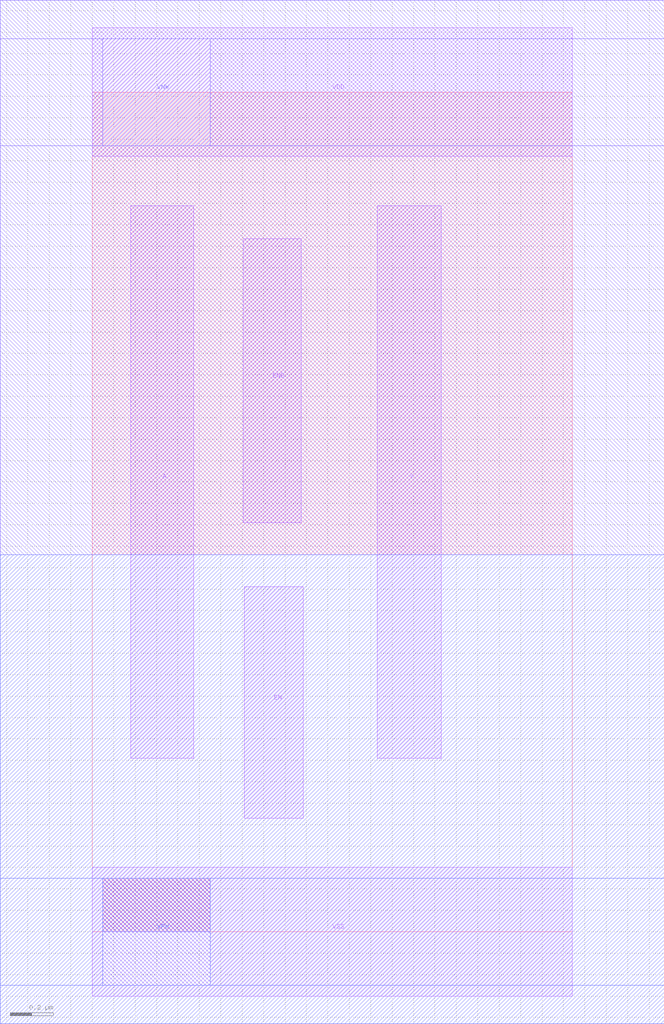
<source format=lef>
VERSION 5.7 ;
  NOWIREEXTENSIONATPIN ON ;
  DIVIDERCHAR "/" ;
  BUSBITCHARS "[]" ;
MACRO gf180mcu_as_sc_mcu7t5v0__trans_1
  CLASS core ;
  FOREIGN gf180mcu_as_sc_mcu7t5v0__trans_1 ;
  ORIGIN 0.000 0.000 ;
  SIZE 2.240 BY 3.920 ;
  SYMMETRY X Y ;
  SITE GF018hv5v_mcu_sc7 ;
  PIN Y
    DIRECTION OUTPUT ;
    USE SIGNAL ;
    ANTENNADIFFAREA 1.080800 ;
    PORT
      LAYER Metal1 ;
        RECT 1.330 0.810 1.630 3.390 ;
    END
  END Y
  PIN A
    DIRECTION INPUT ;
    USE SIGNAL ;
    ANTENNADIFFAREA 0.897600 ;
    PORT
      LAYER Metal1 ;
        RECT 0.180 0.810 0.475 3.390 ;
    END
  END A
  PIN VDD
    DIRECTION INOUT ;
    USE POWER ;
    SHAPE ABUTMENT ;
    PORT
      LAYER Metal1 ;
        RECT 0.000 3.620 2.240 4.220 ;
    END
  END VDD
  PIN VNW
    DIRECTION INOUT ;
    USE POWER ;
    PORT
      LAYER Nwell ;
        RECT 0.050 3.670 0.550 4.170 ;
    END
  END VNW
  PIN VPW
    DIRECTION INOUT ;
    USE GROUND ;
    PORT
      LAYER Pwell ;
        RECT 0.050 -0.250 0.550 0.250 ;
    END
  END VPW
  PIN VSS
    DIRECTION INOUT ;
    USE GROUND ;
    SHAPE ABUTMENT ;
    PORT
      LAYER Metal1 ;
        RECT 0.000 -0.300 2.240 0.300 ;
    END
  END VSS
  PIN ENB
    DIRECTION INPUT ;
    USE SIGNAL ;
    ANTENNAGATEAREA 0.610000 ;
    PORT
      LAYER Metal1 ;
        RECT 0.705 1.910 0.975 3.235 ;
    END
  END ENB
  PIN EN
    DIRECTION INPUT ;
    USE SIGNAL ;
    ANTENNAGATEAREA 0.492000 ;
    PORT
      LAYER Metal1 ;
        RECT 0.710 0.530 0.985 1.610 ;
    END
  END EN
  OBS
      LAYER Nwell ;
        RECT -0.430 4.170 2.670 4.350 ;
        RECT -0.430 3.670 0.050 4.170 ;
        RECT 0.550 3.670 2.670 4.170 ;
        RECT -0.430 1.760 2.670 3.670 ;
      LAYER Pwell ;
        RECT -0.430 0.250 2.670 1.760 ;
        RECT -0.430 -0.250 0.050 0.250 ;
      LAYER Nwell ;
        RECT 0.050 0.000 0.550 0.250 ;
      LAYER Pwell ;
        RECT 0.550 -0.250 2.670 0.250 ;
        RECT -0.430 -0.430 2.670 -0.250 ;
  END
END gf180mcu_as_sc_mcu7t5v0__trans_1
END LIBRARY


</source>
